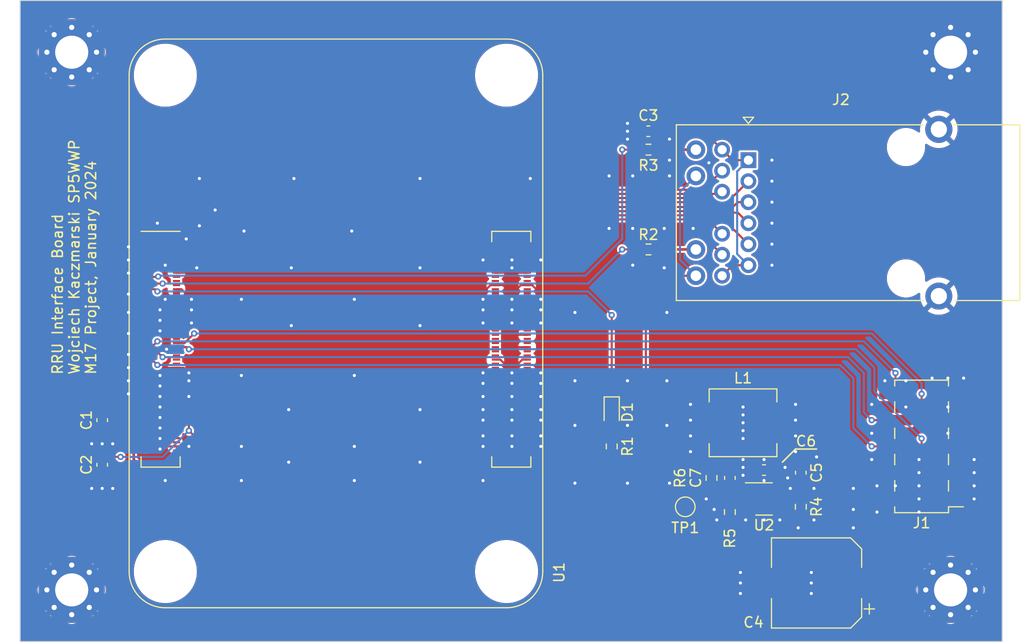
<source format=kicad_pcb>
(kicad_pcb (version 20221018) (generator pcbnew)
  (layers (0 "F.Cu" signal) (31 "B.Cu" signal) (34 "B.Paste" user) (35 "F.Paste" user) (36 "B.SilkS" user "B.Silkscreen") (37 "F.SilkS" user "F.Silkscreen") (38 "B.Mask" user) (39 "F.Mask" user) (44 "Edge.Cuts" user))
  (net 0 "")
  (net 3 "/CM4 module/5V")
  (net 4 "GND")
  (net 9 "+3.3V")
  (net 10 "Net-(J2-MXCT1)")
  (net 15 "/Interfaces/DC_SUPPLY")
  (net 16 "Net-(U2-BST)")
  (net 21 "Net-(U2-SW)")
  (net 22 "Net-(D1-K)")
  (net 27 "Net-(D1-A)")
  (net 28 "/CM4 module/~{RST}")
  (net 33 "/CM4 module/UART_TX")
  (net 34 "/CM4 module/BOOT0")
  (net 39 "/CM4 module/UART_RX")
  (net 40 "/CM4 module/PA_EN")
  (net 45 "/CM4 module/ETH_2N")
  (net 46 "/CM4 module/ETH_2P")
  (net 51 "/CM4 module/ETH_1P")
  (net 57 "/CM4 module/ETH_1N")
  (net 63 "/CM4 module/ETH_3P")
  (net 64 "/CM4 module/ETH_3N")
  (net 69 "/CM4 module/ETH_0N")
  (net 70 "/CM4 module/ETH_0P")
  (net 75 "Net-(J2-LED2-)")
  (net 76 "Net-(J2-LED1-)")
  (net 81 "/CM4 module/ETH_LEDY")
  (net 82 "/CM4 module/ETH_LEDG")
  (net 87 "Net-(U2-EN)")
  (net 88 "Net-(U2-FB)")
  (footprint "Connector_PinHeader_2.54mm:PinHeader_2x05_P2.54mm_Vertical_SMD" (layer "F.Cu") (at 187.198 103.124 180)
    (fp_text reference "J1")
    (fp_text value "Conn_02x05_Odd_Even")
  )
  (footprint "Capacitor_SMD:C_0603_1608Metric" (layer "F.Cu") (at 160.769 72.644 180)
    (fp_text reference "C3")
    (fp_text value "100n")
  )
  (footprint "Resistor_SMD:R_0603_1608Metric" (layer "F.Cu") (at 157.226 103.124 90)
    (fp_text reference "R1")
    (fp_text value "470R")
  )
  (footprint "Resistor_SMD:R_0603_1608Metric" (layer "F.Cu") (at 160.782 74.422)
    (fp_text reference "R3")
    (fp_text value "470R")
  )
  (footprint "MountingHole:MountingHole_3.2mm_M3_Pad_Via" (layer "F.Cu") (at 105 65)
    (fp_text reference "H4" hide)
    (fp_text value "MountingHole_Pad")
  )
  (footprint "MountingHole:MountingHole_3.2mm_M3_Pad_Via" (layer "F.Cu") (at 105 117)
    (fp_text reference "H1" hide)
    (fp_text value "MountingHole_Pad")
  )
  (footprint "Resistor_SMD:R_0603_1608Metric" (layer "F.Cu") (at 175.514 108.966 -90)
    (fp_text reference "R4")
    (fp_text value "100k")
  )
  (footprint "Capacitor_SMD:C_0603_1608Metric" (layer "F.Cu") (at 107.95 104.902 -90)
    (fp_text reference "C2")
    (fp_text value "100n")
  )
  (footprint "Capacitor_SMD:CP_Elec_8x10.5" (layer "F.Cu") (at 177.038 116.332 180)
    (fp_text reference "C4")
    (fp_text value "100u/50V")
  )
  (footprint "TestPoint:TestPoint_Pad_D1.5mm" (layer "F.Cu") (at 164.338 108.966)
    (fp_text reference "TP1")
    (fp_text value "TP")
  )
  (footprint "LED_SMD:LED_0603_1608Metric" (layer "F.Cu") (at 157.226 99.822 -90)
    (fp_text reference "D1")
    (fp_text value "LED GRN")
  )
  (footprint "RPi:Raspberry-Pi-4-Compute-Module" (layer "F.Cu") (at 130.556 93.726)
    (fp_text reference "U1")
    (fp_text value "Compute Module 4")
  )
  (footprint "Capacitor_SMD:C_0603_1608Metric" (layer "F.Cu") (at 168.656 106.172 90)
    (fp_text reference "C7")
    (fp_text value "22u/6.3V")
  )
  (footprint "Resistor_SMD:R_0603_1608Metric" (layer "F.Cu") (at 168.656 109.474 -90)
    (fp_text reference "R5")
    (fp_text value "24k")
  )
  (footprint "Capacitor_SMD:C_0603_1608Metric" (layer "F.Cu") (at 175.514 105.664 90)
    (fp_text reference "C5")
    (fp_text value "100n")
  )
  (footprint "Capacitor_SMD:C_0603_1608Metric" (layer "F.Cu") (at 107.95 100.584 -90)
    (fp_text reference "C1")
    (fp_text value "100n")
  )
  (footprint "MountingHole:MountingHole_3.2mm_M3_Pad_Via" (layer "F.Cu") (at 190 65)
    (fp_text reference "H3" hide)
    (fp_text value "MountingHole_Pad")
  )
  (footprint "Resistor_SMD:R_0603_1608Metric" (layer "F.Cu") (at 160.782 84.074)
    (fp_text reference "R2")
    (fp_text value "470R")
  )
  (footprint "Connector_RJ:RJ45_Pulse_JK0654219NL_Horizontal" (layer "F.Cu") (at 170.446 75.443)
    (fp_text reference "J2")
    (fp_text value "RJ45_JK0654219")
  )
  (footprint "Inductor_SMD:L_Vishay_IHLP-2525" (layer "F.Cu") (at 169.926 100.838 180)
    (fp_text reference "L1")
    (fp_text value "10u")
  )
  (footprint "Capacitor_SMD:C_0603_1608Metric" (layer "F.Cu") (at 171.958 105.41)
    (fp_text reference "C6")
    (fp_text value "100n")
  )
  (footprint "Package_TO_SOT_SMD:SOT-23-6" (layer "F.Cu") (at 171.958 108.204)
    (fp_text reference "U2")
    (fp_text value "TP6841")
  )
  (footprint "Resistor_SMD:R_0603_1608Metric" (layer "F.Cu") (at 166.878 106.172 90)
    (fp_text reference "R6")
    (fp_text value "126k")
  )
  (footprint "MountingHole:MountingHole_3.2mm_M3_Pad_Via" (layer "F.Cu") (at 190 117)
    (fp_text reference "H2" hide)
    (fp_text value "MountingHole_Pad")
  )
  (gr_line (start 173.736 104.648) (end 175.006 103.378) (stroke (width 0.15)) (layer "F.SilkS"))
  (gr_line (start 175.006 103.378) (end 177.038 103.378) (stroke (width 0.15)) (layer "F.SilkS"))
  (gr_line (start 195 122) (end 100 122) (stroke (width 0.1)) (layer "Edge.Cuts"))
  (gr_line (start 100 122) (end 100 60) (stroke (width 0.1)) (layer "Edge.Cuts"))
  (gr_line (start 100 60) (end 195 60) (stroke (width 0.1)) (layer "Edge.Cuts"))
  (gr_line (start 195 60) (end 195 122) (stroke (width 0.1)) (layer "Edge.Cuts"))
  (gr_text "RRU Interface Board\nWojciech Kaczmarski SP5WWP\nM17 Project, January 2024" (at 107.442 96.266 90) (layer "F.SilkS") (effects (font (size 1 1)) (justify left bottom)))
  (segment (start 112.056 100.326) (end 111.006 100.326) (width 0.2) (layer "F.Cu") (net 3))
  (segment (start 166.878 105.347) (end 168.606 105.347) (width 0.25) (layer "F.Cu") (net 3))
  (segment (start 164.338 108.966) (end 164.338 105.347) (width 0.2) (layer "F.Cu") (net 3))
  (segment (start 112.056 99.126) (end 111.186 99.126) (width 0.2) (layer "F.Cu") (net 3))
  (segment (start 110.985 99.809) (end 110.998 99.822) (width 0.2) (layer "F.Cu") (net 3))
  (segment (start 108.087 99.926) (end 107.95 100.063) (width 0.2) (layer "F.Cu") (net 3))
  (segment (start 112.056 99.926) (end 110.998 99.926) (width 0.2) (layer "F.Cu") (net 3))
  (segment (start 110.998 101.092) (end 110.998 100.838) (width 0.25) (layer "F.Cu") (net 3))
  (segment (start 107.95 99.809) (end 110.985 99.809) (width 0.25) (layer "F.Cu") (net 3))
  (segment (start 112.056 100.726) (end 110.998 100.726) (width 0.2) (layer "F.Cu") (net 3))
  (segment (start 110.998 99.822) (end 110.998 99.314) (width 0.25) (layer "F.Cu") (net 3))
  (segment (start 112.056 101.126) (end 111.032 101.126) (width 0.2) (layer "F.Cu") (net 3))
  (segment (start 111.186 99.126) (end 110.998 99.314) (width 0.2) (layer "F.Cu") (net 3))
  (segment (start 110.998 100.838) (end 110.998 99.822) (width 0.25) (layer "F.Cu") (net 3))
  (segment (start 168.606 105.347) (end 168.656 105.397) (width 0.25) (layer "F.Cu") (net 3))
  (segment (start 110.998 104.394) (end 110.998 101.092) (width 0.25) (layer "F.Cu") (net 3))
  (segment (start 111.951 105.347) (end 110.998 104.394) (width 0.25) (layer "F.Cu") (net 3))
  (segment (start 164.338 105.347) (end 111.951 105.347) (width 0.25) (layer "F.Cu") (net 3))
  (segment (start 111.032 101.126) (end 110.998 101.092) (width 0.2) (layer "F.Cu") (net 3))
  (segment (start 166.878 100.965) (end 167.005 100.838) (width 0.25) (layer "F.Cu") (net 3))
  (segment (start 166.878 105.347) (end 166.878 100.965) (width 0.25) (layer "F.Cu") (net 3))
  (segment (start 112.056 99.526) (end 111.04 99.526) (width 0.2) (layer "F.Cu") (net 3))
  (segment (start 166.878 105.347) (end 164.338 105.347) (width 0.25) (layer "F.Cu") (net 3))
  (segment (start 150.308 91.126) (end 150.368 91.186) (width 0.2) (layer "F.Cu") (net 4))
  (segment (start 144.808 98.326) (end 144.78 98.298) (width 0.2) (layer "F.Cu") (net 4))
  (segment (start 110.582 94.326) (end 110.49 94.234) (width 0.2) (layer "F.Cu") (net 4))
  (segment (start 144.78 103.124) (end 144.782 103.126) (width 0.2) (layer "F.Cu") (net 4))
  (segment (start 145.976 101.926) (end 147.392 101.926) (width 0.2) (layer "F.Cu") (net 4))
  (segment (start 112.056 96.726) (end 112.982 96.726) (width 0.2) (layer "F.Cu") (net 4))
  (segment (start 147.66 95.926) (end 149.056 95.926) (width 0.2) (layer "F.Cu") (net 4))
  (segment (start 148.44 87.526) (end 147.574 88.392) (width 0.2) (layer "F.Cu") (net 4))
  (segment (start 110.614 92.326) (end 110.49 92.202) (width 0.2) (layer "F.Cu") (net 4))
  (segment (start 147.574 89.916) (end 147.584 89.926) (width 0.2) (layer "F.Cu") (net 4))
  (segment (start 147.392 101.926) (end 147.574 102.108) (width 0.2) (layer "F.Cu") (net 4))
  (segment (start 115.136 95.526) (end 114.278 95.526) (width 0.2) (layer "F.Cu") (net 4))
  (segment (start 147.432 100.726) (end 145.976 100.726) (width 0.2) (layer "F.Cu") (net 4))
  (segment (start 149.056 101.926) (end 150.186 101.926) (width 0.2) (layer "F.Cu") (net 4))
  (segment (start 147.61 85.126) (end 149.056 85.126) (width 0.2) (layer "F.Cu") (net 4))
  (segment (start 112.056 94.326) (end 110.582 94.326) (width 0.2) (layer "F.Cu") (net 4))
  (segment (start 145.501736 87.526) (end 144.78 88.247736) (width 0.2) (layer "F.Cu") (net 4))
  (segment (start 144.78 88.247736) (end 144.78 88.9) (width 0.2) (layer "F.Cu") (net 4))
  (segment (start 144.78 91.186) (end 144.84 91.126) (width 0.2) (layer "F.Cu") (net 4))
  (segment (start 149.056 93.526) (end 148.136 93.526) (width 0.2) (layer "F.Cu") (net 4))
  (segment (start 147.574 99.568) (end 147.616 99.526) (width 0.2) (layer "F.Cu") (net 4))
  (segment (start 150.368 100.584) (end 150.226 100.726) (width 0.2) (layer "F.Cu") (net 4))
  (segment (start 112.056 85.126) (end 110.526 85.126) (width 0.2) (layer "F.Cu") (net 4))
  (segment (start 147.584 89.926) (end 149.056 89.926) (width 0.2) (layer "F.Cu") (net 4))
  (segment (start 113.128 90.326) (end 113.538 89.916) (width 0.2) (layer "F.Cu") (net 4))
  (segment (start 144.822 99.526) (end 145.976 99.526) (width 0.2) (layer "F.Cu") (net 4))
  (segment (start 144.78 102.108) (end 144.962 101.926) (width 0.2) (layer "F.Cu") (net 4))
  (segment (start 145.976 98.326) (end 144.808 98.326) (width 0.2) (layer "F.Cu") (net 4))
  (segment (start 148.206 92.326) (end 147.574 91.694) (width 0.2) (layer "F.Cu") (net 4))
  (segment (start 147.574 95.849736) (end 147.574 96.012) (width 0.2) (layer "F.Cu") (net 4))
  (segment (start 150.368 88.363736) (end 150.368 88.9) (width 0.2) (layer "F.Cu") (net 4))
  (segment (start 147.672 97.126) (end 149.056 97.126) (width 0.2) (layer "F.Cu") (net 4))
  (segment (start 147.546 98.326) (end 145.976 98.326) (width 0.2) (layer "F.Cu") (net 4))
  (segment (start 147.488 95.926) (end 147.574 96.012) (width 0.2) (layer "F.Cu") (net 4))
  (segment (start 150.27 97.126) (end 150.368 97.028) (width 0.2) (layer "F.Cu") (net 4))
  (segment (start 112.056 86.326) (end 110.524 86.326) (width 0.2) (layer "F.Cu") (net 4))
  (segment (start 115.136 98.326) (end 116.304 98.326) (width 0.2) (layer "F.Cu") (net 4))
  (segment (start 147.576 103.126) (end 147.574 103.124) (width 0.2) (layer "F.Cu") (net 4))
  (segment (start 149.056 87.526) (end 149.530264 87.526) (width 0.2) (layer "F.Cu") (net 4))
  (segment (start 115.136 86.326) (end 116.62 86.326) (width 0.2) (layer "F.Cu") (net 4))
  (segment (start 144.78 97.028) (end 144.878 97.126) (width 0.2) (layer "F.Cu") (net 4))
  (segment (start 112.056 96.726) (end 110.538 96.726) (width 0.2) (layer "F.Cu") (net 4))
  (segment (start 147.514 91.126) (end 147.574 91.186) (width 0.2) (layer "F.Cu") (net 4))
  (segment (start 147.574 102.108) (end 147.756 101.926) (width 0.2) (layer "F.Cu") (net 4))
  (segment (start 116.284 96.726) (end 116.332 96.774) (width 0.2) (layer "F.Cu") (net 4))
  (segment (start 115.136 83.746) (end 115.824 83.058) (width 0.2) (layer "F.Cu") (net 4))
  (segment (start 144.866 95.926) (end 145.976 95.926) (width 0.2) (layer "F.Cu") (net 4))
  (segment (start 147.574 95.733736) (end 147.574 96.012) (width 0.2) (layer "F.Cu") (net 4))
  (segment (start 115.612 87.926) (end 116.586 88.9) (width 0.2) (layer "F.Cu") (net 4))
  (segment (start 116.304 98.326) (end 116.332 98.298) (width 0.2) (layer "F.Cu") (net 4))
  (segment (start 150.282 95.926) (end 150.368 96.012) (width 0.2) (layer "F.Cu") (net 4))
  (segment (start 115.136 85.126) (end 114.518 85.126) (width 0.2) (layer "F.Cu") (net 4))
  (segment (start 110.608 97.926) (end 110.49 98.044) (width 0.2) (layer "F.Cu") (net 4))
  (segment (start 115.136 83.926) (end 115.136 83.746) (width 0.2) (layer "F.Cu") (net 4))
  (segment (start 149.056 97.126) (end 150.27 97.126) (width 0.2) (layer "F.Cu") (net 4))
  (segment (start 150.368 98.298) (end 150.34 98.326) (width 0.2) (layer "F.Cu") (net 4))
  (segment (start 145.976 87.526) (end 146.708 87.526) (width 0.2) (layer "F.Cu") (net 4))
  (segment (start 145.976 95.926) (end 147.488 95.926) (width 0.2) (layer "F.Cu") (net 4))
  (segment (start 115.136 98.326) (end 113.566 98.326) (width 0.2) (layer "F.Cu") (net 4))
  (segment (start 112.056 92.326) (end 113.16 92.326) (width 0.2) (layer "F.Cu") (net 4))
  (segment (start 149.056 87.526) (end 148.44 87.526) (width 0.2) (layer "F.Cu") (net 4))
  (segment (start 149.056 103.126) (end 147.576 103.126) (width 0.2) (layer "F.Cu") (net 4))
  (segment (start 145.976 86.326) (end 147.1 86.326) (width 0.2) (layer "F.Cu") (net 4))
  (segment (start 112.056 97.926) (end 110.608 97.926) (width 0.2) (layer "F.Cu") (net 4))
  (segment (start 112.982 96.726) (end 113.538 97.282) (width 0.2) (layer "F.Cu") (net 4))
  (segment (start 112.056 88.326) (end 110.556 88.326) (width 0.2) (layer "F.Cu") (net 4))
  (segment (start 149.056 86.326) (end 148.048 86.326) (width 0.2) (layer "F.Cu") (net 4))
  (segment (start 115.136 87.926) (end 115.612 87.926) (width 0.2) (layer "F.Cu") (net 4))
  (segment (start 150.332 85.126) (end 150.368 85.09) (width 0.2) (layer "F.Cu") (net 4))
  (segment (start 149.530264 87.526) (end 150.368 88.363736) (width 0.2) (layer "F.Cu") (net 4))
  (segment (start 149.056 98.326) (end 147.602 98.326) (width 0.2) (layer "F.Cu") (net 4))
  (segment (start 112.711471 95.526) (end 113.451471 96.266) (width 0.2) (layer "F.Cu") (net 4))
  (segment (start 149.056 85.126) (end 150.332 85.126) (width 0.2) (layer "F.Cu") (net 4))
  (segment (start 113.79 103.126) (end 115.136 103.126) (width 0.2) (layer "F.Cu") (net 4))
  (segment (start 147.574 103.124) (end 147.572 103.126) (width 0.2) (layer "F.Cu") (net 4))
  (segment (start 116.62 86.326) (end 117.094 85.852) (width 0.2) (layer "F.Cu") (net 4))
  (segment (start 115.824 83.058) (end 116.078 83.058) (width 0.2) (layer "F.Cu") (net 4))
  (segment (start 148.136 93.526) (end 147.574 92.964) (width 0.2) (layer "F.Cu") (net 4))
  (segment (start 147.634 91.126) (end 149.056 91.126) (width 0.2) (layer "F.Cu") (net 4))
  (segment (start 145.976 85.126) (end 147.538 85.126) (width 0.2) (layer "F.Cu") (net 4))
  (segment (start 147.574 91.694) (end 147.574 91.186) (width 0.2) (layer "F.Cu") (net 4))
  (segment (start 147.574 88.392) (end 147.574 88.9) (width 0.2) (layer "F.Cu") (net 4))
  (segment (start 115.846 95.526) (end 116.332 96.012) (width 0.2) (layer "F.Cu") (net 4))
  (segment (start 145.976 88.726) (end 147.4 88.726) (width 0.2) (layer "F.Cu") (net 4))
  (segment (start 145.976 89.926) (end 147.564 89.926) (width 0.2) (layer "F.Cu") (net 4))
  (segment (start 145.976 99.526) (end 147.532 99.526) (width 0.2) (layer "F.Cu") (net 4))
  (segment (start 144.816 85.126) (end 145.976 85.126) (width 0.2) (layer "F.Cu") (net 4))
  (segment (start 148.581736 94.726) (end 147.574 95.733736) (width 0.2) (layer "F.Cu") (net 4))
  (segment (start 110.524 86.326) (end 110.49 86.36) (width 0.2) (layer "F.Cu") (net 4))
  (segment (start 147.532 99.526) (end 147.574 99.568) (width 0.2) (layer "F.Cu") (net 4))
  (segment (start 110.512 95.526) (end 110.49 95.504) (width 0.2) (layer "F.Cu") (net 4))
  (segment (start 147.616 99.526) (end 149.056 99.526) (width 0.2) (layer "F.Cu") (net 4))
  (segment (start 115.136 89.926) (end 116.576 89.926) (width 0.2) (layer "F.Cu") (net 4))
  (segment (start 147.572 103.126) (end 145.976 103.126) (width 0.2) (layer "F.Cu") (net 4))
  (segment (start 144.954 88.726) (end 144.78 88.9) (width 0.2) (layer "F.Cu") (net 4))
  (segment (start 149.056 88.726) (end 150.194 88.726) (width 0.2) (layer "F.Cu") (net 4))
  (segment (start 144.962 101.926) (end 145.976 101.926) (width 0.2) (layer "F.Cu") (net 4))
  (segment (start 148.048 86.326) (end 147.574 85.852) (width 0.2) (layer "F.Cu") (net 4))
  (segment (start 147.538 85.126) (end 147.574 85.09) (width 0.2) (layer "F.Cu") (net 4))
  (segment (start 149.056 89.926) (end 150.358 89.926) (width 0.2) (layer "F.Cu") (net 4))
  (segment (start 150.366 103.126) (end 149.056 103.126) (width 0.2) (layer "F.Cu") (net 4))
  (segment (start 147.564 89.926) (end 147.574 89.916) (width 0.2) (layer "F.Cu") (net 4))
  (segment (start 149.056 99.526) (end 150.326 99.526) (width 0.2) (layer "F.Cu") (net 4))
  (segment (start 150.368 103.124) (end 150.366 103.126) (width 0.2) (layer "F.Cu") (net 4))
  (segment (start 144.878 97.126) (end 145.976 97.126) (width 0.2) (layer "F.Cu") (net 4))
  (segment (start 112.056 97.926) (end 113.166 97.926) (width 0.2) (layer "F.Cu") (net 4))
  (segment (start 112.056 95.526) (end 110.512 95.526) (width 0.2) (layer "F.Cu") (net 4))
  (segment (start 114.173 93.726) (end 114.373 93.926) (width 0.2) (layer "F.Cu") (net 4))
  (segment (start 150.34 98.326) (end 149.056 98.326) (width 0.2) (layer "F.Cu") (net 4))
  (segment (start 112.056 90.326) (end 110.646 90.326) (width 0.2) (layer "F.Cu") (net 4))
  (segment (start 147.574 91.186) (end 147.634 91.126) (width 0.2) (layer "F.Cu") (net 4))
  (segment (start 147.574 97.028) (end 147.672 97.126) (width 0.2) (layer "F.Cu") (net 4))
  (segment (start 150.326 99.526) (end 150.368 99.568) (width 0.2) (layer "F.Cu") (net 4))
  (segment (start 116.33 103.126) (end 116.332 103.124) (width 0.2) (layer "F.Cu") (net 4))
  (segment (start 147.476 97.126) (end 145.976 97.126) (width 0.2) (layer "F.Cu") (net 4))
  (segment (start 145.976 87.526) (end 145.501736 87.526) (width 0.2) (layer "F.Cu") (net 4))
  (segment (start 149.056 95.926) (end 150.282 95.926) (width 0.2) (layer "F.Cu") (net 4))
  (segment (start 113.566 98.326) (end 113.538 98.298) (width 0.2) (layer "F.Cu") (net 4))
  (segment (start 112.056 90.326) (end 113.128 90.326) (width 0.2) (layer "F.Cu") (net 4))
  (segment (start 150.226 100.726) (end 149.056 100.726) (width 0.2) (layer "F.Cu") (net 4))
  (segment (start 144.922 100.726) (end 144.78 100.584) (width 0.2) (layer "F.Cu") (net 4))
  (segment (start 144.78 89.916) (end 144.79 89.926) (width 0.2) (layer "F.Cu") (net 4))
  (segment (start 113.451471 96.266) (end 113.538 96.266) (width 0.2) (layer "F.Cu") (net 4))
  (segment (start 150.194 88.726) (end 150.368 88.9) (width 0.2) (layer "F.Cu") (net 4))
  (segment (start 145.976 94.726) (end 146.450264 94.726) (width 0.2) (layer "F.Cu") (net 4))
  (segment (start 145.976 88.726) (end 144.954 88.726) (width 0.2) (layer "F.Cu") (net 4))
  (segment (start 110.646 90.326) (end 110.49 90.17) (width 0.2) (layer "F.Cu") (net 4))
  (segment (start 147.574 97.028) (end 147.476 97.126) (width 0.2) (layer "F.Cu") (net 4))
  (segment (start 150.358 89.926) (end 150.368 89.916) (width 0.2) (layer "F.Cu") (net 4))
  (segment (start 144.78 99.568) (end 144.822 99.526) (width 0.2) (layer "F.Cu") (net 4))
  (segment (start 115.136 91.926) (end 115.846 91.926) (width 0.2) (layer "F.Cu") (net 4))
  (segment (start 116.576 89.926) (end 116.586 89.916) (width 0.2) (layer "F.Cu") (net 4))
  (segment (start 145.976 91.126) (end 147.514 91.126) (width 0.2) (layer "F.Cu") (net 4))
  (segment (start 144.79 89.926) (end 145.976 89.926) (width 0.2) (layer "F.Cu") (net 4))
  (segment (start 144.78 85.09) (end 144.816 85.126) (width 0.2) (layer "F.Cu") (net 4))
  (segment (start 115.136 95.526) (end 115.846 95.526) (width 0.2) (layer "F.Cu") (net 4))
  (segment (start 110.556 88.326) (end 110.49 88.392) (width 0.2) (layer "F.Cu") (net 4))
  (segment (start 112.056 95.526) (end 112.711471 95.526) (width 0.2) (layer "F.Cu") (net 4))
  (segment (start 114.278 95.526) (end 113.538 96.266) (width 0.2) (layer "F.Cu") (net 4))
  (segment (start 147.574 100.584) (end 147.432 100.726) (width 0.2) (layer "F.Cu") (net 4))
  (segment (start 147.574 98.298) (end 147.546 98.326) (width 0.2) (layer "F.Cu") (net 4))
  (segment (start 113.16 92.326) (end 113.538 91.948) (width 0.2) (layer "F.Cu") (net 4))
  (segment (start 147.574 92.964) (end 147.574 91.694) (width 0.2) (layer "F.Cu") (net 4))
  (segment (start 147.4 88.726) (end 147.574 88.9) (width 0.2) (layer "F.Cu") (net 4))
  (segment (start 112.056 83.926) (end 110.596 83.926) (width 0.2) (layer "F.Cu") (net 4))
  (segment (start 147.756 101.926) (end 149.056 101.926) (width 0.2) (layer "F.Cu") (net 4))
  (segment (start 147.574 96.012) (end 147.66 95.926) (width 0.2) (layer "F.Cu") (net 4))
  (segment (start 145.976 100.726) (end 144.922 100.726) (width 0.2) (layer "F.Cu") (net 4))
  (segment (start 144.78 96.012) (end 144.866 95.926) (width 0.2) (layer "F.Cu") (net 4))
  (segment (start 112.056 92.326) (end 110.614 92.326) (width 0.2) (layer "F.Cu") (net 4))
  (segment (start 147.716 100.726) (end 147.574 100.584) (width 0.2) (layer "F.Cu") (net 4))
  (segment (start 147.1 86.326) (end 147.574 85.852) (width 0.2) (layer "F.Cu") (net 4))
  (segment (start 146.708 87.526) (end 147.574 88.392) (width 0.2) (layer "F.Cu") (net 4))
  (segment (start 114.373 93.926) (end 115.136 93.926) (width 0.2) (layer "F.Cu") (net 4))
  (segment (start 113.538 103.378) (end 113.79 103.126) (width 0.2) (layer "F.Cu") (net 4))
  (segment (start 149.056 91.126) (end 150.308 91.126) (width 0.2) (layer "F.Cu") (net 4))
  (segment (start 113.166 97.926) (end 113.538 98.298) (width 0.2) (layer "F.Cu") (net 4))
  (segment (start 110.596 83.926) (end 110.49 83.82) (width 0.2) (layer "F.Cu") (net 4))
  (segment (start 147.574 88.9) (end 147.748 88.726) (width 0.2) (layer "F.Cu") (net 4))
  (segment (start 146.450264 94.726) (end 147.574 95.849736) (width 0.2) (layer "F.Cu") (net 4))
  (segment (start 147.574 85.09) (end 147.61 85.126) (width 0.2) (layer "F.Cu") (net 4))
  (segment (start 110.538 96.726) (end 110.49 96.774) (width 0.2) (layer "F.Cu") (net 4))
  (segment (start 115.136 103.126) (end 116.33 103.126) (width 0.2) (layer "F.Cu") (net 4))
  (segment (start 114.518 85.126) (end 114.046 85.598) (width 0.2) (layer "F.Cu") (net 4))
  (segment (start 144.782 103.126) (end 145.976 103.126) (width 0.2) (layer "F.Cu") (net 4))
  (segment (start 115.136 96.726) (end 116.284 96.726) (width 0.2) (layer "F.Cu") (net 4))
  (segment (start 115.136 96.726) (end 114.094 96.726) (width 0.2) (layer "F.Cu") (net 4))
  (segment (start 150.186 101.926) (end 150.368 102.108) (width 0.2) (layer "F.Cu") (net 4))
  (segment (start 110.526 85.126) (end 110.49 85.09) (width 0.2) (layer "F.Cu") (net 4))
  (segment (start 149.056 94.726) (end 148.581736 94.726) (width 0.2) (layer "F.Cu") (net 4))
  (segment (start 149.056 100.726) (end 147.716 100.726) (width 0.2) (layer "F.Cu") (net 4))
  (segment (start 115.846 91.926) (end 116.586 91.186) (width 0.2) (layer "F.Cu") (net 4))
  (segment (start 144.84 91.126) (end 145.976 91.126) (width 0.2) (layer "F.Cu") (net 4))
  (segment (start 149.056 92.326) (end 148.206 92.326) (width 0.2) (layer "F.Cu") (net 4))
  (segment (start 147.602 98.326) (end 147.574 98.298) (width 0.2) (layer "F.Cu") (net 4))
  (segment (start 147.748 88.726) (end 149.056 88.726) (width 0.2) (layer "F.Cu") (net 4))
  (segment (start 114.094 96.726) (end 113.538 97.282) (width 0.2) (layer "F.Cu") (net 4))
  (via (at 169.926 102.362) (size 0.6) (drill 0.3) (layers "F.Cu" "B.Cu") (net 4))
  (via (at 185.674 96.774) (size 0.6) (drill 0.3) (layers "F.Cu" "B.Cu") (net 4))
  (via (at 176.53 115.316) (size 0.6) (drill 0.3) (layers "F.Cu" "B.Cu") (net 4))
  (via (at 113.538 98.298) (size 0.6) (drill 0.3) (layers "F.Cu" "B.Cu") (net 4))
  (via (at 113.538 100.33) (size 0.6) (drill 0.3) (layers "F.Cu" "B.Cu") (net 4))
  (via (at 150.368 85.09) (size 0.6) (drill 0.3) (layers "F.Cu" "B.Cu") (net 4))
  (via (at 150.368 91.186) (size 0.6) (drill 0.3) (layers "F.Cu" "B.Cu") (net 4))
  (via (at 113.538 101.346) (size 0.6) (drill 0.3) (layers "F.Cu" "B.Cu") (net 4))
  (via (at 147.574 91.186) (size 0.6) (drill 0.3) (layers "F.Cu" "B.Cu") (net 4))
  (via (at 186.944 108.204) (size 0.6) (drill 0.3) (layers "F.Cu" "B.Cu") (net 4))
  (via (at 116.332 96.012) (size 0.6) (drill 0.3) (layers "F.Cu" "B.Cu") (net 4))
  (via (at 158.75 101.092) (size 0.6) (drill 0.3) (layers "F.Cu" "B.Cu") (net 4))
  (via (at 110.49 98.044) (size 0.6) (drill 0.3) (layers "F.Cu" "B.Cu") (net 4))
  (via (at 158.75 96.774) (size 0.6) (drill 0.3) (layers "F.Cu" "B.Cu") (net 4))
  (via (at 116.586 88.9) (size 0.6) (drill 0.3) (layers "F.Cu" "B.Cu") (net 4))
  (via (at 150.368 98.298) (size 0.6) (drill 0.3) (layers "F.Cu" "B.Cu") (net 4))
  (via (at 192.278 104.394) (size 0.6) (drill 0.3) (layers "F.Cu" "B.Cu") (net 4))
  (via (at 169.672 115.316) (size 0.6) (drill 0.3) (layers "F.Cu" "B.Cu") (net 4))
  (via (at 153.67 106.68) (size 0.6) (drill 0.3) (layers "F.Cu" "B.Cu") (net 4))
  (via (at 126.492 77.216) (size 0.6) (drill 0.3) (layers "F.Cu" "B.Cu") (net 4))
  (via (at 164.846 99.06) (size 0.6) (drill 0.3) (layers "F.Cu" "B.Cu") (net 4))
  (via (at 185.674 99.314) (size 0.6) (drill 0.3) (layers "F.Cu" "B.Cu") (net 4))
  (via (at 132.08 82.296) (size 0.6) (drill 0.3) (layers "F.Cu" "B.Cu") (net 4))
  (via (at 173.482 110.236) (size 0.6) (drill 0.3) (layers "F.Cu" "B.Cu") (net 4))
  (via (at 186.944 106.934) (size 0.6) (drill 0.3) (layers "F.Cu" "B.Cu") (net 4))
  (via (at 110.49 96.774) (size 0.6) (drill 0.3) (layers "F.Cu" "B.Cu") (net 4))
  (via (at 132.334 88.9) (size 0.6) (drill 0.3) (layers "F.Cu" "B.Cu") (net 4))
  (via (at 110.49 88.392) (size 0.6) (drill 0.3) (layers "F.Cu" "B.Cu") (net 4))
  (via (at 144.78 96.012) (size 0.6) (drill 0.3) (layers "F.Cu" "B.Cu") (net 4))
  (via (at 189.738 101.854) (size 0.6) (drill 0.3) (layers "F.Cu" "B.Cu") (net 4))
  (via (at 153.67 96.774) (size 0.6) (drill 0.3) (layers "F.Cu" "B.Cu") (net 4))
  (via (at 175.26 110.998) (size 0.6) (drill 0.3) (layers "F.Cu" "B.Cu") (net 4))
  (via (at 126.238 91.44) (size 0.6) (drill 0.3) (layers "F.Cu" "B.Cu") (net 4))
  (via (at 182.372 101.854) (size 0.6) (drill 0.3) (layers "F.Cu" "B.Cu") (net 4))
  (via (at 153.67 90.17) (size 0.6) (drill 0.3) (layers "F.Cu" "B.Cu") (net 4))
  (via (at 113.538 96.266) (size 0.6) (drill 0.3) (layers "F.Cu" "B.Cu") (net 4))
  (via (at 108.966 107.188) (size 0.6) (drill 0.3) (layers "F.Cu" "B.Cu") (net 4))
  (via (at 144.78 85.09) (size 0.6) (drill 0.3) (layers "F.Cu" "B.Cu") (net 4))
  (via (at 138.684 99.568) (size 0.6) (drill 0.3) (layers "F.Cu" "B.Cu") (net 4))
  (via (at 189.738 99.314) (size 0.6) (drill 0.3) (layers "F.Cu" "B.Cu") (net 4))
  (via (at 132.334 106.426) (size 0.6) (drill 0.3) (layers "F.Cu" "B.Cu") (net 4))
  (via (at 158.75 71.882) (size 0.6) (drill 0.3) (layers "F.Cu" "B.Cu") (net 4))
  (via (at 177.038 104.14) (size 0.6) (drill 0.3) (layers "F.Cu" "B.Cu") (net 4))
  (via (at 156.972 82.042) (size 0.6) (drill 0.3) (layers "F.Cu" "B.Cu") (net 4))
  (via (at 121.412 96.266) (size 0.6) (drill 0.3) (layers "F.Cu" "B.Cu") (net 4))
  (via (at 116.332 96.774) (size 0.6) (drill 0.3) (layers "F.Cu" "B.Cu") (net 4))
  (via (at 114.046 88.9) (size 0.6) (drill 0.3) (layers "F.Cu" "B.Cu") (net 4))
  (via (at 158.75 73.406) (size 0.6) (drill 0.3) (layers "F.Cu" "B.Cu") (net 4))
  (via (at 144.78 97.028) (size 0.6) (drill 0.3) (layers "F.Cu" "B.Cu") (net 4))
  (via (at 162.56 96.774) (size 0.6) (drill 0.3) (layers "F.Cu" "B.Cu") (net 4))
  (via (at 169.926 101.6) (size 0.6) (drill 0.3) (layers "F.Cu" "B.Cu") (net 4))
  (via (at 172.72 81.534) (size 0.6) (drill 0.3) (layers "F.Cu" "B.Cu") (net 4))
  (via (at 166.37 108.204) (size 0.6) (drill 0.3) (layers "F.Cu" "B.Cu") (net 4))
  (via (at 162.306 85.852) (size 0.6) (drill 0.3) (layers "F.Cu" "B.Cu") (net 4))
  (via (at 172.72 77.47) (size 0.6) (drill 0.3) (layers "F.Cu" "B.Cu") (net 4))
  (via (at 125.984 99.568) (size 0.6) (drill 0.3) (layers "F.Cu" "B.Cu") (net 4))
  (via (at 113.538 89.916) (size 0.6) (drill 0.3) (layers "F.Cu" "B.Cu") (net 4))
  (via (at 116.586 89.916) (size 0.6) (drill 0.3) (layers "F.Cu" "B.Cu") (net 4))
  (via (at 110.49 85.09) (size 0.6) (drill 0.3) (layers "F.Cu" "B.Cu") (net 4))
  (via (at 117.348 81.788) (size 0.6) (drill 0.3) (layers "F.Cu" "B.Cu") (net 4))
  (via (at 176.784 107.188) (size 0.6) (drill 0.3) (layers "F.Cu" "B.Cu") (net 4))
  (via (at 172.72 79.502) (size 0.6) (drill 0.3) (layers "F.Cu" "B.Cu") (net 4))
  (via (at 106.934 107.188) (size 0.6) (drill 0.3) (layers "F.Cu" "B.Cu") (net 4))
  (via (at 106.934 102.87) (size 0.6) (drill 0.3) (layers "F.Cu" "B.Cu") (net 4))
  (via (at 110.49 83.82) (size 0.6) (drill 0.3) (layers "F.Cu" "B.Cu") (net 4))
  (via (at 182.88 109.474) (size 0.6) (drill 0.3) (layers "F.Cu" "B.Cu") (net 4))
  (via (at 150.368 102.108) (size 0.6) (drill 0.3) (layers "F.Cu" "B.Cu") (net 4))
  (via (at 174.244 106.172) (size 0.6) (drill 0.3) (layers "F.Cu" "B.Cu") (net 4))
  (via (at 121.412 106.426) (size 0.6) (drill 0.3) (layers "F.Cu" "B.Cu") (net 4))
  (via (at 186.944 105.664) (size 0.6) (drill 0.3) (layers "F.Cu" "B.Cu") (net 4))
  (via (at 162.814 106.68) (size 0.6) (drill 0.3) (layers "F.Cu" "B.Cu") (net 4))
  (via (at 180.594 107.188) (size 0.6) (drill 0.3) (layers "F.Cu" "B.Cu") (net 4))
  (via (at 144.78 98.298) (size 0.6) (drill 0.3) (layers "F.Cu" "B.Cu") (net 4))
  (via (at 182.372 104.394) (size 0.6) (drill 0.3) (layers "F.Cu" "B.Cu") (net 4))
  (via (at 121.666 82.296) (size 0.6) (drill 0.3) (layers "F.Cu" "B.Cu") (net 4))
  (via (at 113.538 103.378) (size 0.6) (drill 0.3) (layers "F.Cu" "B.Cu") (net 4))
  (via (at 113.538 91.948) (size 0.6) (drill 0.3) (layers "F.Cu" "B.Cu") (net 4))
  (via (at 172.72 75.438) (size 0.6) (drill 0.3) (layers "F.Cu" "B.Cu") (net 4))
  (via (at 182.88 106.934) (size 0.6) (drill 0.3) (layers "F.Cu" "B.Cu") (net 4))
  (via (at 192.278 106.934) (size 0.6) (drill 0.3) (layers "F.Cu" "B.Cu") (net 4))
  (via (at 169.926 99.314) (size 0.6) (drill 0.3) (layers "F.Cu" "B.Cu") (net 4))
  (via (at 164.846 102.108) (size 0.6) (drill 0.3) (layers "F.Cu" "B.Cu") (net 4))
  (via (at 162.814 73.406) (size 0.6) (drill 0.3) (layers "F.Cu" "B.Cu") (net 4))
  (via (at 113.538 90.932) (size 0.6) (drill 0.3) (layers "F.Cu" "B.Cu") (net 4))
  (via (at 188.214 96.52) (size 0.6) (drill 0.3) (layers "F.Cu" "B.Cu") (net 4))
  (via (at 166.624 75.692) (size 0.6) (drill 0.3) (layers "F.Cu" "B.Cu") (net 4))
  (via (at 138.684 77.216) (size 0.6) (drill 0.3) (layers "F.Cu" "B.Cu") (net 4))
  (via (at 108.966 102.87) (size 0.6) (drill 0.3) (layers "F.Cu" "B.Cu") (net 4))
  (via (at 150.368 97.028) (size 0.6) (drill 0.3) (layers "F.Cu" "B.Cu") (net 4))
  (via (at 147.574 97.028) (size 0.6) (drill 0.3) (layers "F.Cu" "B.Cu") (net 4))
  (via (at 192.278 105.664) (size 0.6) (drill 0.3) (layers "F.Cu" "B.Cu") (net 4))
  (via (at 113.538 99.314) (size 0.6) (drill 0.3) (layers "F.Cu" "B.Cu") (net 4))
  (via (at 116.332 98.298) (size 0.6) (drill 0.3) (layers "F.Cu" "B.Cu") (net 4))
  (via (at 175.006 103.632) (size 0.6) (drill 0.3) (layers "F.Cu" "B.Cu") (net 4))
  (via (at 150.368 88.9) (size 0.6) (drill 0.3) (layers "F.Cu" "B.Cu") (net 4))
  (via (at 169.926 100.838) (size 0.6) (drill 0.3) (layers "F.Cu" "B.Cu") (net 4))
  (via (at 110.49 90.17) (size 0.6) (drill 0.3) (layers "F.Cu" "B.Cu") (net 4))
  (via (at 176.53 117.348) (size 0.6) (drill 0.3) (layers "F.Cu" "B.Cu") (net 4))
  (via (at 144.78 102.108) (size 0.6) (drill 0.3) (layers "F.Cu" "B.Cu") (net 4))
  (via (at 162.56 101.092) (size 0.6) (drill 0.3) (layers "F.Cu" "B.Cu") (net 4))
  (via (at 184.658 106.934) (size 0.6) (drill 0.3) (layers "F.Cu" "B.Cu") (net 4))
  (via (at 144.78 99.568) (size 0.6) (drill 0.3) (layers "F.Cu" "B.Cu") (net 4))
  (via (at 110.49 94.234) (size 0.6) (drill 0.3) (layers "F.Cu" "B.Cu") (net 4))
  (via (at 162.306 82.042) (size 0.6) (drill 0.3) (layers "F.Cu" "B.Cu") (net 4))
  (via (at 189.738 96.52) (size 0.6) (drill 0.3) (layers "F.Cu" "B.Cu") (net 4))
  (via (at 116.586 91.186) (size 0.6) (drill 0.3) (layers "F.Cu" "B.Cu") (net 4))
  (via (at 150.368 100.584) (size 0.6) (drill 0.3) (layers "F.Cu" "B.Cu") (net 4))
  (via (at 144.78 88.9) (size 0.6) (drill 0.3) (layers "F.Cu" "B.Cu") (net 4))
  (via (at 138.684 85.852) (size 0.6) (drill 0.3) (layers "F.Cu" "B.Cu") (net 4))
  (via (at 174.498 107.188) (size 0.6) (drill 0.3) (layers "F.Cu" "B.Cu") (net 4))
  (via (at 171.958 106.426) (size 0.6) (drill 0.3) (layers "F.Cu" "B.Cu") (net 4))
  (via (at 175.006 99.06) (size 0.6) (drill 0.3) (layers "F.Cu" "B.Cu") (net 4))
  (via (at 107.95 107.188) (size 0.6) (drill 0.3) (layers "F.Cu" "B.Cu") (net 4))
  (via (at 171.958 110.236) (size 0.6) (drill 0.3) (layers "F.Cu" "B.Cu") (net 4))
  (via (at 147.574 99.568) (size 0.6) (drill 0.3) (layers "F.Cu" "B.Cu") (net 4))
  (via (at 144.78 89.916) (size 0.6) (drill 0.3) (layers "F.Cu" "B.Cu") (net 4))
  (via (at 150.368 103.124) (size 0.6) (drill 0.3) (layers "F.Cu" "B.Cu") (net 4))
  (via (at 159.258 85.598) (size 0.6) (drill 0.3) (layers "F.Cu" "B.Cu") (net 4))
  (via (at 147.574 89.916) (size 0.6) (drill 0.3) (layers "F.Cu" "B.Cu") (net 4))
  (via (at 165.1 82.042) (size 0.6) (drill 0.3) (layers "F.Cu" "B.Cu") (net 4))
  (via (at 110.49 95.504) (size 0.6) (drill 0.3) (layers "F.Cu" "B.Cu") (net 4))
  (via (at 186.944 109.474) (size 0.6) (drill 0.3) (layers "F.Cu" "B.Cu") (net 4))
  (via (at 147.574 85.09) (size 0.6) (drill 0.3) (layers "F.Cu" "B.Cu") (net 4))
  (via (at 117.094 85.852) (size 0.6) (drill 0.3) (layers "F.Cu" "B.Cu") (net 4))
  (via (at 170.18 110.236) (size 0.6) (drill 0.3) (layers "F.Cu" "B.Cu") (net 4))
  (via (at 113.538 97.282) (size 0.6) (drill 0.3) (layers "F.Cu" "B.Cu") (net 4))
  (via (at 138.684 91.44) (size 0.6) (drill 0.3) (layers "F.Cu" "B.Cu") (net 4))
  (via (at 153.67 101.092) (size 0.6) (drill 0.3) (layers "F.Cu" "B.Cu") (net 4))
  (via (at 162.56 90.17) (size 0.6) (drill 0.3) (layers "F.Cu" "B.Cu") (net 4))
  (via (at 113.284 81.534) (size 0.6) (drill 0.3) (layers "F.Cu" "B.Cu") (net 4))
  (via (at 113.538 102.362) (size 0.6) (drill 0.3) (layers "F.Cu" "B.Cu") (net 4))
  (via (at 125.984 104.648) (size 0.6) (drill 0.3) (layers "F.Cu" "B.Cu") (net 4))
  (via (at 147.574 96.012) (size 0.6) (drill 0.3) (layers "F.Cu" "B.Cu") (net 4))
  (via (at 167.386 110.236) (size 0.6) (drill 0.3) (layers "F.Cu" "B.Cu") (net 4))
  (via (at 162.814 75.438) (size 0.6) (drill 0.3) (layers "F.Cu" "B.Cu") (net 4))
  (via (at 169.926 104.394) (size 0.6) (drill 0.3) (layers "F.Cu" "B.Cu") (net 4))
  (via (at 107.95 102.87) (size 0.6) (drill 0.3) (layers "F.Cu" "B.Cu") (net 4))
  (via (at 121.412 103.124) (size 0.6) (drill 0.3) (layers "F.Cu" "B.Cu") (net 4))
  (via (at 110.49 92.202) (size 0.6) (drill 0.3) (layers "F.Cu" "B.Cu") (net 4))
  (via (at 126.238 85.852) (size 0.6) (drill 0.3) (layers "F.Cu" "B.Cu") (net 4))
  (via (at 110.49 86.36) (size 0.6) (drill 0.3) (layers "F.Cu" "B.Cu") (net 4))
  (via (at 183.642 96.774) (size 0.6) (drill 0.3) (layers "F.Cu" "B.Cu") (net 4))
  (via (at 162.814 76.962) (size 0.6) (drill 0.3) (layers "F.Cu" "B.Cu") (net 4))
  (via (at 180.594 109.22) (size 0.6) (drill 0.3) (layers "F.Cu" "B.Cu") (net 4))
  (via (at 173.99 105.156) (size 0.6) (drill 0.3) (layers "F.Cu" "B.Cu") (net 4))
  (via (at 169.672 116.332) (size 0.6) (drill 0.3) (layers "F.Cu" "B.Cu") (net 4))
  (via (at 121.412 88.9) (size 0.6) (drill 0.3) (layers "F.Cu" "B.Cu") (net 4))
  (via (at 180.594 110.998) (size 0.6) (drill 0.3) (layers "F.Cu" "B.Cu") (net 4))
  (via (at 164.846 100.584) (size 0.6) (drill 0.3) (layers "F.Cu" "B.Cu") (net 4))
  (via (at 169.926 100.076) (size 0.6) (drill 0.3) (layers "F.Cu" "B.Cu") (net 4))
  (via (at 117.348 77.216) (size 0.6) (drill 0.3) (layers "F.Cu" "B.Cu") (net 4))
  (via (at 159.258 76.962) (size 0.6) (drill 0.3) (layers "F.Cu" "B.Cu") (net 4))
  (via (at 144.78 91.186) (size 0.6) (drill 0.3) (layers "F.Cu" "B.Cu") (net 4))
  (via (at 176.784 110.236) (size 0.6) (drill 0.3) (layers "F.Cu" "B.Cu") (net 4))
  (via (at 182.372 99.06) (size 0.6) (drill 0.3) (layers "F.Cu" "B.Cu") (net 4))
  (via (at 167.132 109.22) (size 0.6) (drill 0.3) (layers "F.Cu" "B.Cu") (net 4))
  (via (at 114.046 85.598) (size 0.6) (drill 0.3) (layers "F.Cu" "B.Cu") (net 4))
  (via (at 169.926 105.918) (size 0.6) (drill 0.3) (layers "F.Cu" "B.Cu") (net 4))
  (via (at 116.332 103.124) (size 0.6) (drill 0.3) (layers "F.Cu" "B.Cu") (net 4))
  (via (at 175.006 100.584) (size 0.6) (drill 0.3) (layers "F.Cu" "B.Cu") (net 4))
  (via (at 147.574 85.852) (size 0.6) (drill 0.3) (layers "F.Cu" "B.Cu") (net 4))
  (via (at 172.72 83.566) (size 0.6) (drill 0.3) (layers "F.Cu" "B.Cu") (net 4))
  (via (at 144.78 103.124) (size 0.6) (drill 0.3) (layers "F.Cu" "B.Cu") (net 4))
  (via (at 172.72 85.598) (size 0.6) (drill 0.3) (layers "F.Cu" "B.Cu") (net 4))
  (via (at 114.173 93.726) (size 0.6) (drill 0.3) (layers "F.Cu" "B.Cu") (net 4))
  (via (at 147.574 102.108) (size 0.6) (drill 0.3) (layers "F.Cu" "B.Cu") (net 4))
  (via (at 116.078 83.058) (size 0.6) (drill 0.3) (layers "F.Cu" "B.Cu") (net 4))
  (via (at 147.574 98.298) (size 0.6) (drill 0.3) (layers "F.Cu" "B.Cu") (net 4))
  (via (at 169.926 105.156) (size 0.6) (drill 0.3) (layers "F.Cu" "B.Cu") (net 4))
  (via (at 191.262 96.52) (size 0.6) (drill 0.3) (layers "F.Cu" "B.Cu") (net 4))
  (via (at 114.046 106.426) (size 0.6) (drill 0.3) (layers "F.Cu" "B.Cu") (net 4))
  (via (at 149.352 77.216) (size 0.6) (drill 0.3) (layers "F.Cu" "B.Cu") (net 4))
  (via (at 118.872 80.264) (size 0.6) (drill 0.3) (layers "F.Cu" "B.Cu") (net 4))
  (via (at 147.574 100.584) (size 0.6) (drill 0.3) (layers "F.Cu" "B.Cu") (net 4))
  (via (at 132.334 103.124) (size 0.6) (drill 0.3) (layers "F.Cu" "B.Cu") (net 4))
  (via (at 171.958 104.394) (size 0.6) (drill 0.3) (layers "F.Cu" "B.Cu") (net 4))
  (via (at 150.368 89.916) (size 0.6) (drill 0.3) (layers "F.Cu" "B.Cu") (net 4))
  (via (at 147.574 103.124) (size 0.6) (drill 0.3) (layers "F.Cu" "B.Cu") (net 4))
  (via (at 156.972 76.962) (size 0.6) (drill 0.3) (layers "F.Cu" "B.Cu") (net 4))
  (via (at 158.75 72.644) (size 0.6) (drill 0.3) (layers "F.Cu" "B.Cu") (net 4))
  (via (at 186.944 104.394) (size 0.6) (drill 0.3) (layers "F.Cu" "B.Cu") (net 4))
  (via (at 138.684 104.648) (size 0.6) (drill 0.3) (layers "F.Cu" "B.Cu") (net 4))
  (via (at 169.672 117.348) (size 0.6) (drill 0.3) (layers "F.Cu" "B.Cu") (net 4))
  (via (at 132.334 96.266) (size 0.6) (drill 0.3) (layers "F.Cu" "B.Cu") (net 4))
  (via (at 144.78 100.584) (size 0.6) (drill 0.3) (layers "F.Cu" "B.Cu") (net 4))
  (via (at 176.53 116.332) (size 0.6) (drill 0.3) (layers "F.Cu" "B.Cu") (net 4))
  (via (at 175.006 102.108) (size 0.6) (drill 0.3) (layers "F.Cu" "B.Cu") (net 4))
  (via (at 159.258 82.042) (size 0.6) (drill 0.3) (layers "F.Cu" "B.Cu") (net 4))
  (via (at 164.846 103.632) (size 0.6) (drill 0.3) (layers "F.Cu" "B.Cu") (net 4))
  (via (at 144.78 106.426) (size 0.6) (drill 0.3) (layers "F.Cu" "B.Cu") (net 4))
  (via (at 150.368 99.568) (size 0.6) (drill 0.3) (layers "F.Cu" "B.Cu") (net 4))
  (via (at 158.75 106.68) (size 0.6) (drill 0.3) (layers "F.Cu" "B.Cu") (net 4))
  (via (at 150.368 96.012) (size 0.6) (drill 0.3) (layers "F.Cu" "B.Cu") (net 4))
  (via (at 147.574 88.9) (size 0.6) (drill 0.3) (layers "F.Cu" "B.Cu") (net 4))
  (via (at 192.278 108.204) (size 0.6) (drill 0.3) (layers "F.Cu" "B.Cu") (net 4))
  (segment (start 116.332 100.33) (end 116.332 100.838) (width 0.2) (layer "F.Cu") (net 9))
  (segment (start 115.136 99.126) (end 115.89 99.126) (width 0.2) (layer "F.Cu") (net 9))
  (segment (start 116.328 100.326) (end 116.332 100.33) (width 0.2) (layer "F.Cu") (net 9))
  (segment (start 162.047 86.619) (end 165.366 86.619) (width 0.2) (layer "F.Cu") (net 9))
  (segment (start 115.89 99.126) (end 116.332 99.568) (width 0.2) (layer "F.Cu") (net 9))
  (segment (start 116.332 101.6) (end 116.332 100.838) (width 0.2) (layer "F.Cu") (net 9))
  (segment (start 160.528 102.362) (end 160.528 88.138) (width 0.2) (layer "F.Cu") (net 9))
  (segment (start 116.332 101.6) (end 118.681 103.949) (width 0.2) (layer "F.Cu") (net 9))
  (segment (start 116.332 99.568) (end 116.332 100.33) (width 0.2) (layer "F.Cu") (net 9))
  (segment (start 109.728 104.14) (end 109.715 104.127) (width 0.2) (layer "F.Cu") (net 9))
  (segment (start 109.715 104.127) (end 107.95 104.127) (width 0.2) (layer "F.Cu") (net 9))
  (segment (start 116.332 100.726) (end 116.332 100.838) (width 0.2) (layer "F.Cu") (net 9))
  (segment (start 115.136 100.726) (end 116.332 100.726) (width 0.2) (layer "F.Cu") (net 9))
  (segment (start 158.941 103.949) (end 160.528 102.362) (width 0.2) (layer "F.Cu") (net 9))
  (segment (start 157.226 103.949) (end 158.941 103.949) (width 0.2) (layer "F.Cu") (net 9))
  (segment (start 118.681 103.949) (end 157.226 103.949) (width 0.2) (layer "F.Cu") (net 9))
  (segment (start 160.528 88.138) (end 162.047 86.619) (width 0.2) (layer "F.Cu") (net 9))
  (segment (start 115.136 100.326) (end 116.328 100.326) (width 0.2) (layer "F.Cu") (net 9))
  (via (at 109.728 104.14) (size 0.6) (drill 0.3) (layers "F.Cu" "B.Cu") (net 9))
  (via (at 116.332 101.6) (size 0.6) (drill 0.3) (layers "F.Cu" "B.Cu") (net 9))
  (segment (start 109.728 104.14) (end 113.792 104.14) (width 0.2) (layer "B.Cu") (net 9))
  (segment (start 113.792 104.14) (end 116.332 101.6) (width 0.2) (layer "B.Cu") (net 9))
  (segment (start 165.366 76.967) (end 163.83 78.503) (width 0.2) (layer "B.Cu") (net 9))
  (segment (start 163.83 78.503) (end 163.83 85.083) (width 0.2) (layer "B.Cu") (net 9))
  (segment (start 116.332 101.6) (end 116.328 101.604) (width 0.2) (layer "B.Cu") (net 9))
  (segment (start 163.83 85.083) (end 165.366 86.619) (width 0.2) (layer "B.Cu") (net 9))
  (segment (start 170.446 85.603) (end 168.922 85.603) (width 0.2) (layer "F.Cu") (net 10))
  (segment (start 166.123 72.644) (end 167.906 74.427) (width 0.2) (layer "F.Cu") (net 10))
  (segment (start 170.446 75.443) (end 168.922 75.443) (width 0.2) (layer "F.Cu") (net 10))
  (segment (start 161.544 72.644) (end 166.123 72.644) (width 0.2) (layer "F.Cu") (net 10))
  (segment (start 168.922 85.603) (end 167.906 86.619) (width 0.2) (layer "F.Cu") (net 10))
  (segment (start 168.922 75.443) (end 167.906 74.427) (width 0.2) (layer "F.Cu") (net 10))
  (segment (start 170.446 75.443) (end 169.359 76.53) (width 0.2) (layer "B.Cu") (net 10))
  (segment (start 169.359 84.516) (end 170.446 85.603) (width 0.2) (layer "B.Cu") (net 10))
  (segment (start 169.359 76.53) (end 169.359 84.516) (width 0.2) (layer "B.Cu") (net 10))
  (segment (start 184.673 108.204) (end 175.577 108.204) (width 0.25) (layer "F.Cu") (net 15))
  (segment (start 181.864 106.426) (end 181.864 115.206) (width 0.25) (layer "F.Cu") (net 15))
  (segment (start 175.577 108.204) (end 175.514 108.141) (width 0.2) (layer "F.Cu") (net 15))
  (segment (start 173.0955 108.204) (end 175.451 108.204) (width 0.25) (layer "F.Cu") (net 15))
  (segment (start 175.451 108.204) (end 175.514 108.141) (width 0.25) (layer "F.Cu") (net 15))
  (segment (start 184.673 105.664) (end 182.626 105.664) (width 0.25) (layer "F.Cu") (net 15))
  (segment (start 181.864 115.206) (end 180.738 116.332) (width 0.2) (layer "F.Cu") (net 15))
  (segment (start 175.514 106.439) (end 175.514 108.141) (width 0.25) (layer "F.Cu") (net 15))
  (segment (start 182.626 105.664) (end 181.864 106.426) (width 0.25) (layer "F.Cu") (net 15))
  (segment (start 170.8205 106.5605) (end 171.183 106.198) (width 0.25) (layer "F.Cu") (net 16))
  (segment (start 170.8205 107.254) (end 170.8205 106.5605) (width 0.25) (layer "F.Cu") (net 16))
  (segment (start 171.183 106.198) (end 171.183 105.41) (width 0.25) (layer "F.Cu") (net 16))
  (segment (start 173.0955 106.5475) (end 172.733 106.185) (width 0.25) (layer "F.Cu") (net 21))
  (segment (start 172.733 105.41) (end 172.733 100.952) (width 0.25) (layer "F.Cu") (net 21))
  (segment (start 172.733 106.185) (end 172.733 105.41) (width 0.25) (layer "F.Cu") (net 21))
  (segment (start 173.0955 107.254) (end 173.0955 106.5475) (width 0.25) (layer "F.Cu") (net 21))
  (segment (start 172.733 100.952) (end 172.847 100.838) (width 0.25) (layer "F.Cu") (net 21))
  (segment (start 157.226 90.424) (end 157.226 99.0345) (width 0.2) (layer "F.Cu") (net 22))
  (segment (start 113.072 87.926) (end 112.056 87.926) (width 0.2) (layer "F.Cu") (net 22))
  (segment (start 113.284 88.138) (end 113.072 87.926) (width 0.2) (layer "F.Cu") (net 22))
  (via (at 113.284 88.138) (size 0.6) (drill 0.3) (layers "F.Cu" "B.Cu") (net 22))
  (via (at 157.226 90.424) (size 0.6) (drill 0.3) (layers "F.Cu" "B.Cu") (net 22))
  (segment (start 116.586 88.138) (end 154.94 88.138) (width 0.2) (layer "B.Cu") (net 22))
  (segment (start 113.284 88.138) (end 116.586 88.138) (width 0.2) (layer "B.Cu") (net 22))
  (segment (start 154.94 88.138) (end 157.226 90.424) (width 0.2) (layer "B.Cu") (net 22))
  (segment (start 157.226 100.6095) (end 157.226 102.299) (width 0.2) (layer "F.Cu") (net 27))
  (segment (start 187.198 102.87) (end 187.452 103.124) (width 0.2) (layer "F.Cu") (net 28))
  (segment (start 116.132 93.526) (end 116.332 93.726) (width 0.2) (layer "F.Cu") (net 28))
  (segment (start 115.136 93.526) (end 116.132 93.526) (width 0.2) (layer "F.Cu") (net 28))
  (segment (start 187.198 102.362) (end 187.198 102.87) (width 0.2) (layer "F.Cu") (net 28))
  (segment (start 187.452 103.124) (end 189.723 103.124) (width 0.2) (layer "F.Cu") (net 28))
  (via (at 116.332 93.726) (size 0.6) (drill 0.3) (layers "F.Cu" "B.Cu") (net 28))
  (via (at 187.198 102.362) (size 0.6) (drill 0.3) (layers "F.Cu" "B.Cu") (net 28))
  (segment (start 116.332 93.726) (end 180.848 93.726) (width 0.2) (layer "B.Cu") (net 28))
  (segment (start 182.626 95.504) (end 182.626 97.79) (width 0.2) (layer "B.Cu") (net 28))
  (segment (start 180.848 93.726) (end 182.626 95.504) (width 0.2) (layer "B.Cu") (net 28))
  (segment (start 182.626 97.79) (end 187.198 102.362) (width 0.2) (layer "B.Cu") (net 28))
  (segment (start 182.372 103.124) (end 184.673 103.124) (width 0.2) (layer "F.Cu") (net 33))
  (segment (start 113.284 95.25) (end 112.76 94.726) (width 0.2) (layer "F.Cu") (net 33))
  (segment (start 112.76 94.726) (end 112.056 94.726) (width 0.2) (layer "F.Cu") (net 33))
  (via (at 182.372 103.124) (size 0.6) (drill 0.3) (layers "F.Cu" "B.Cu") (net 33))
  (via (at 113.284 95.25) (size 0.6) (drill 0.3) (layers "F.Cu" "B.Cu") (net 33))
  (segment (start 113.284 95.25) (end 179.324 95.25) (width 0.2) (layer "B.Cu") (net 33))
  (segment (start 180.594 101.346) (end 182.372 103.124) (width 0.2) (layer "B.Cu") (net 33))
  (segment (start 180.594 96.52) (end 180.594 101.346) (width 0.2) (layer "B.Cu") (net 33))
  (segment (start 179.324 95.25) (end 180.594 96.52) (width 0.2) (layer "B.Cu") (net 33))
  (segment (start 116.84 92.202) (end 115.916 93.126) (width 0.2) (layer "F.Cu") (net 34))
  (segment (start 115.916 93.126) (end 115.136 93.126) (width 0.2) (layer "F.Cu") (net 34))
  (segment (start 187.198 98.044) (end 187.198 100.076) (width 0.2) (layer "F.Cu") (net 34))
  (segment (start 187.198 100.076) (end 187.706 100.584) (width 0.2) (layer "F.Cu") (net 34))
  (segment (start 187.706 100.584) (end 189.723 100.584) (width 0.2) (layer "F.Cu") (net 34))
  (via (at 187.198 98.044) (size 0.6) (drill 0.3) (layers "F.Cu" "B.Cu") (net 34))
  (via (at 116.84 92.202) (size 0.6) (drill 0.3) (layers "F.Cu" "B.Cu") (net 34))
  (segment (start 116.84 92.202) (end 182.372 92.202) (width 0.2) (layer "B.Cu") (net 34))
  (segment (start 187.198 97.028) (end 187.198 98.044) (width 0.2) (layer "B.Cu") (net 34))
  (segment (start 182.372 92.202) (end 187.198 97.028) (width 0.2) (layer "B.Cu") (net 34))
  (segment (start 113.23 93.926) (end 112.056 93.926) (width 0.2) (layer "F.Cu") (net 39))
  (segment (start 113.792 94.488) (end 113.23 93.926) (width 0.2) (layer "F.Cu") (net 39))
  (segment (start 182.372 100.584) (end 184.673 100.584) (width 0.2) (layer "F.Cu") (net 39))
  (via (at 182.372 100.584) (size 0.6) (drill 0.3) (layers "F.Cu" "B.Cu") (net 39))
  (via (at 113.792 94.488) (size 0.6) (drill 0.3) (layers "F.Cu" "B.Cu") (net 39))
  (segment (start 180.086 94.488) (end 181.61 96.012) (width 0.2) (layer "B.Cu") (net 39))
  (segment (start 181.61 96.012) (end 181.61 99.822) (width 0.2) (layer "B.Cu") (net 39))
  (segment (start 113.792 94.488) (end 180.086 94.488) (width 0.2) (layer "B.Cu") (net 39))
  (segment (start 181.61 99.822) (end 182.372 100.584) (width 0.2) (layer "B.Cu") (net 39))
  (segment (start 184.673 96.027) (end 184.673 98.044) (width 0.2) (layer "F.Cu") (net 40))
  (segment (start 112.722 93.526) (end 112.056 93.526) (width 0.2) (layer "F.Cu") (net 40))
  (segment (start 113.284 92.964) (end 112.722 93.526) (width 0.2) (layer "F.Cu") (net 40))
  (via (at 113.284 92.964) (size 0.6) (drill 0.3) (layers "F.Cu" "B.Cu") (net 40))
  (via (at 184.673 96.027) (size 0.6) (drill 0.3) (layers "F.Cu" "B.Cu") (net 40))
  (segment (start 113.284 92.964) (end 181.61 92.964) (width 0.2) (layer "B.Cu") (net 40))
  (segment (start 181.61 92.964) (end 184.673 96.027) (width 0.2) (layer "B.Cu") (net 40))
  (segment (start 168.203 79.718) (end 167.463372 79.718) (width 0.2) (layer "F.Cu") (net 45))
  (segment (start 112.530264 85.526) (end 112.056 85.526) (width 0.2) (layer "F.Cu") (net 45))
  (segment (start 113.576 84.480264) (end 112.530264 85.526) (width 0.2) (layer "F.Cu") (net 45))
  (segment (start 118.452315 79.102) (end 113.576 83.978314) (width 0.2) (layer "F.Cu") (net 45))
  (segment (start 170.446 77.475) (end 168.203 79.718) (width 0.2) (layer "F.Cu") (net 45))
  (segment (start 166.847372 79.102) (end 118.452315 79.102) (width 0.2) (layer "F.Cu") (net 45))
  (segment (start 167.463372 79.718) (end 166.847372 79.102) (width 0.2) (layer "F.Cu") (net 45))
  (segment (start 113.576 83.978314) (end 113.576 84.480264) (width 0.2) (layer "F.Cu") (net 45))
  (segment (start 170.441 79.502) (end 170.446 79.507) (width 0.2) (layer "F.Cu") (net 46))
  (segment (start 167.297686 80.118) (end 168.802 80.118) (width 0.2) (layer "F.Cu") (net 46))
  (segment (start 168.802 80.118) (end 169.418 79.502) (width 0.2) (layer "F.Cu") (net 46))
  (segment (start 118.618 79.502) (end 166.681686 79.502) (width 0.2) (layer "F.Cu") (net 46))
  (segment (start 169.418 79.502) (end 170.441 79.502) (width 0.2) (layer "F.Cu") (net 46))
  (segment (start 113.976 84.64595) (end 113.976 84.144) (width 0.2) (layer "F.Cu") (net 46))
  (segment (start 166.681686 79.502) (end 167.297686 80.118) (width 0.2) (layer "F.Cu") (net 46))
  (segment (start 112.69595 85.926) (end 113.976 84.64595) (width 0.2) (layer "F.Cu") (net 46))
  (segment (start 112.056 85.926) (end 112.69595 85.926) (width 0.2) (layer "F.Cu") (net 46))
  (segment (start 113.976 84.144) (end 118.618 79.502) (width 0.2) (layer "F.Cu") (net 46))
  (segment (start 115.826 84.326) (end 115.136 84.326) (width 0.2) (layer "F.Cu") (net 51))
  (segment (start 169.425 80.518) (end 167.132 80.518) (width 0.2) (layer "F.Cu") (net 51))
  (segment (start 170.446 81.539) (end 169.425 80.518) (width 0.2) (layer "F.Cu") (net 51))
  (segment (start 166.586 79.972) (end 120.180002 79.972) (width 0.2) (layer "F.Cu") (net 51))
  (segment (start 167.132 80.518) (end 166.586 79.972) (width 0.2) (layer "F.Cu") (net 51))
  (segment (start 120.180002 79.972) (end 115.826 84.326) (width 0.2) (layer "F.Cu") (net 51))
  (segment (start 120.345687 80.372) (end 166.288686 80.372) (width 0.2) (layer "F.Cu") (net 57))
  (segment (start 166.288686 80.372) (end 166.942686 81.026) (width 0.2) (layer "F.Cu") (net 57))
  (segment (start 167.901 81.026) (end 170.446 83.571) (width 0.2) (layer "F.Cu") (net 57))
  (segment (start 115.991686 84.726) (end 120.345687 80.372) (width 0.2) (layer "F.Cu") (net 57))
  (segment (start 115.136 84.726) (end 115.991686 84.726) (width 0.2) (layer "F.Cu") (net 57))
  (segment (start 166.942686 81.026) (end 167.901 81.026) (width 0.2) (layer "F.Cu") (net 57))
  (segment (start 166.063 78.302) (end 118.120942 78.302) (width 0.2) (layer "F.Cu") (net 63))
  (segment (start 118.120942 78.302) (end 112.776 83.646942) (width 0.2) (layer "F.Cu") (net 63))
  (segment (start 112.776 84.080264) (end 112.530264 84.326) (width 0.2) (layer "F.Cu") (net 63))
  (segment (start 112.776 83.646942) (end 112.776 84.080264) (width 0.2) (layer "F.Cu") (net 63))
  (segment (start 167.906 76.459) (end 166.063 78.302) (width 0.2) (layer "F.Cu") (net 63))
  (segment (start 112.530264 84.326) (end 112.056 84.326) (width 0.2) (layer "F.Cu") (net 63))
  (segment (start 167.695 78.702) (end 167.906 78.491) (width 0.2) (layer "F.Cu") (net 64))
  (segment (start 112.056 84.726) (end 112.69595 84.726) (width 0.2) (layer "F.Cu") (net 64))
  (segment (start 112.69595 84.726) (end 113.176 84.24595) (width 0.2) (layer "F.Cu") (net 64))
  (segment (start 113.176 84.24595) (end 113.176 83.812628) (width 0.2) (layer "F.Cu") (net 64))
  (segment (start 113.176 83.812628) (end 118.28663 78.702) (width 0.2) (layer "F.Cu") (net 64))
  (segment (start 118.28663 78.702) (end 167.695 78.702) (width 0.2) (layer "F.Cu") (net 64))
  (segment (start 166.123 80.772) (end 167.906 82.555) (width 0.2) (layer "F.Cu") (net 69))
  (segment (start 115.136 85.526) (end 115.757372 85.526) (width 0.2) (layer "F.Cu") (net 69))
  (segment (start 115.757372 85.526) (end 120.511372 80.772) (width 0.2) (layer "F.Cu") (net 69))
  (segment (start 120.511372 80.772) (end 166.123 80.772) (width 0.2) (layer "F.Cu") (net 69))
  (segment (start 165.957314 81.172) (end 166.844 82.058686) (width 0.2) (layer "F.Cu") (net 70))
  (segment (start 120.677058 81.172) (end 165.957314 81.172) (width 0.2) (layer "F.Cu") (net 70))
  (segment (start 166.844 82.058686) (end 166.844 83.525) (width 0.2) (layer "F.Cu") (net 70))
  (segment (start 115.136 85.926) (end 115.923058 85.926) (width 0.2) (layer "F.Cu") (net 70))
  (segment (start 115.923058 85.926) (end 120.677058 81.172) (width 0.2) (layer "F.Cu") (net 70))
  (segment (start 166.844 83.525) (end 167.906 84.587) (width 0.2) (layer "F.Cu") (net 70))
  (segment (start 165.361 74.422) (end 165.366 74.427) (width 0.25) (layer "F.Cu") (net 75))
  (segment (start 161.607 74.422) (end 165.361 74.422) (width 0.25) (layer "F.Cu") (net 75))
  (segment (start 161.607 84.074) (end 165.361 84.074) (width 0.25) (layer "F.Cu") (net 76))
  (segment (start 165.361 84.074) (end 165.366 84.079) (width 0.25) (layer "F.Cu") (net 76))
  (segment (start 158.242 74.422) (end 159.957 74.422) (width 0.2) (layer "F.Cu") (net 81))
  (segment (start 113.362628 86.693513) (end 113.330141 86.726) (width 0.2) (layer "F.Cu") (net 81))
  (segment (start 113.330141 86.726) (end 112.056 86.726) (width 0.2) (layer "F.Cu") (net 81))
  (via (at 113.362628 86.693513) (size 0.6) (drill 0.3) (layers "F.Cu" "B.Cu") (net 81))
  (via (at 158.242 74.422) (size 0.6) (drill 0.3) (layers "F.Cu" "B.Cu") (net 81))
  (segment (start 158.242 83.058) (end 158.242 74.422) (width 0.2) (layer "B.Cu") (net 81))
  (segment (start 113.362628 86.693513) (end 113.442141 86.614) (width 0.2) (layer "B.Cu") (net 81))
  (segment (start 113.442141 86.614) (end 154.686 86.614) (width 0.2) (layer "B.Cu") (net 81))
  (segment (start 154.686 86.614) (end 158.242 83.058) (width 0.2) (layer "B.Cu") (net 81))
  (segment (start 158.242 84.074) (end 159.957 84.074) (width 0.2) (layer "F.Cu") (net 82))
  (segment (start 113.792 87.376) (end 113.19747 87.376) (width 0.2) (layer "F.Cu") (net 82))
  (segment (start 112.94747 87.126) (end 112.056 87.126) (width 0.2) (layer "F.Cu") (net 82))
  (segment (start 113.19747 87.376) (end 112.94747 87.126) (width 0.2) (layer "F.Cu") (net 82))
  (via (at 158.242 84.074) (size 0.6) (drill 0.3) (layers "F.Cu" "B.Cu") (net 82))
  (via (at 113.792 87.376) (size 0.6) (drill 0.3) (layers "F.Cu" "B.Cu") (net 82))
  (segment (start 113.792 87.376) (end 154.94 87.376) (width 0.2) (layer "B.Cu") (net 82))
  (segment (start 154.94 87.376) (end 158.242 84.074) (width 0.2) (layer "B.Cu") (net 82))
  (segment (start 174.561 109.791) (end 175.514 109.791) (width 0.25) (layer "F.Cu") (net 87))
  (segment (start 173.0955 109.154) (end 173.924 109.154) (width 0.25) (layer "F.Cu") (net 87))
  (segment (start 173.924 109.154) (end 174.561 109.791) (width 0.25) (layer "F.Cu") (net 87))
  (segment (start 166.878 107.696) (end 167.831 108.649) (width 0.25) (layer "F.Cu") (net 88))
  (segment (start 167.831 108.649) (end 168.656 108.649) (width 0.25) (layer "F.Cu") (net 88))
  (segment (start 166.878 106.997) (end 166.878 107.696) (width 0.25) (layer "F.Cu") (net 88))
  (segment (start 169.86 109.154) (end 169.355 108.649) (width 0.25) (layer "F.Cu") (net 88))
  (segment (start 170.8205 109.154) (end 169.86 109.154) (width 0.25) (layer "F.Cu") (net 88))
  (segment (start 169.355 108.649) (end 168.656 108.649) (width 0.25) (layer "F.Cu") (net 88))
  (zone (net 4) (net_name "GND") (layers "F&B.Cu") (name "GND") (connect_pads (clearance 0.2)) (min_thickness 0.25) (fill yes (thermal_gap 0.5) (thermal_bridge_width 0.5))
    (polygon (pts (xy 100 122) (xy 195 122) (xy 195 60) (xy 100 60)))
  )
)
</source>
